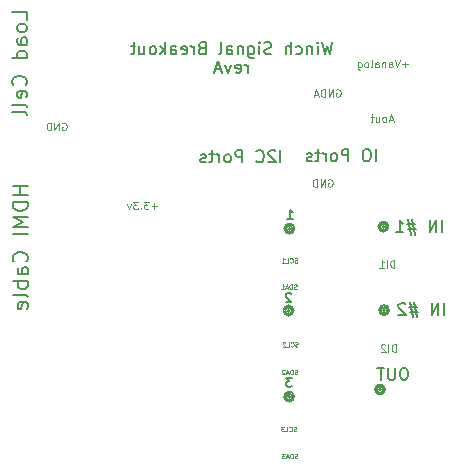
<source format=gbr>
G04 #@! TF.FileFunction,Legend,Bot*
%FSLAX46Y46*%
G04 Gerber Fmt 4.6, Leading zero omitted, Abs format (unit mm)*
G04 Created by KiCad (PCBNEW 4.0.2-stable) date Monday, September 10, 2018 'AMt' 08:27:29 AM*
%MOMM*%
G01*
G04 APERTURE LIST*
%ADD10C,0.050000*%
%ADD11C,0.127000*%
%ADD12C,0.203200*%
%ADD13C,0.200000*%
%ADD14C,0.152400*%
%ADD15C,0.076200*%
%ADD16C,0.101600*%
G04 APERTURE END LIST*
D10*
D11*
X131006546Y-66169419D02*
X130764641Y-67185419D01*
X130571118Y-66459705D01*
X130377594Y-67185419D01*
X130135689Y-66169419D01*
X129748641Y-67185419D02*
X129748641Y-66508086D01*
X129748641Y-66169419D02*
X129797022Y-66217800D01*
X129748641Y-66266181D01*
X129700260Y-66217800D01*
X129748641Y-66169419D01*
X129748641Y-66266181D01*
X129264831Y-66508086D02*
X129264831Y-67185419D01*
X129264831Y-66604848D02*
X129216450Y-66556467D01*
X129119688Y-66508086D01*
X128974546Y-66508086D01*
X128877784Y-66556467D01*
X128829403Y-66653229D01*
X128829403Y-67185419D01*
X127910165Y-67137038D02*
X128006927Y-67185419D01*
X128200450Y-67185419D01*
X128297212Y-67137038D01*
X128345593Y-67088657D01*
X128393974Y-66991895D01*
X128393974Y-66701610D01*
X128345593Y-66604848D01*
X128297212Y-66556467D01*
X128200450Y-66508086D01*
X128006927Y-66508086D01*
X127910165Y-66556467D01*
X127474736Y-67185419D02*
X127474736Y-66169419D01*
X127039308Y-67185419D02*
X127039308Y-66653229D01*
X127087689Y-66556467D01*
X127184451Y-66508086D01*
X127329593Y-66508086D01*
X127426355Y-66556467D01*
X127474736Y-66604848D01*
X125829784Y-67137038D02*
X125684641Y-67185419D01*
X125442737Y-67185419D01*
X125345975Y-67137038D01*
X125297594Y-67088657D01*
X125249213Y-66991895D01*
X125249213Y-66895133D01*
X125297594Y-66798371D01*
X125345975Y-66749990D01*
X125442737Y-66701610D01*
X125636260Y-66653229D01*
X125733022Y-66604848D01*
X125781403Y-66556467D01*
X125829784Y-66459705D01*
X125829784Y-66362943D01*
X125781403Y-66266181D01*
X125733022Y-66217800D01*
X125636260Y-66169419D01*
X125394356Y-66169419D01*
X125249213Y-66217800D01*
X124813784Y-67185419D02*
X124813784Y-66508086D01*
X124813784Y-66169419D02*
X124862165Y-66217800D01*
X124813784Y-66266181D01*
X124765403Y-66217800D01*
X124813784Y-66169419D01*
X124813784Y-66266181D01*
X123894546Y-66508086D02*
X123894546Y-67330562D01*
X123942927Y-67427324D01*
X123991308Y-67475705D01*
X124088069Y-67524086D01*
X124233212Y-67524086D01*
X124329974Y-67475705D01*
X123894546Y-67137038D02*
X123991308Y-67185419D01*
X124184831Y-67185419D01*
X124281593Y-67137038D01*
X124329974Y-67088657D01*
X124378355Y-66991895D01*
X124378355Y-66701610D01*
X124329974Y-66604848D01*
X124281593Y-66556467D01*
X124184831Y-66508086D01*
X123991308Y-66508086D01*
X123894546Y-66556467D01*
X123410736Y-66508086D02*
X123410736Y-67185419D01*
X123410736Y-66604848D02*
X123362355Y-66556467D01*
X123265593Y-66508086D01*
X123120451Y-66508086D01*
X123023689Y-66556467D01*
X122975308Y-66653229D01*
X122975308Y-67185419D01*
X122056070Y-67185419D02*
X122056070Y-66653229D01*
X122104451Y-66556467D01*
X122201213Y-66508086D01*
X122394736Y-66508086D01*
X122491498Y-66556467D01*
X122056070Y-67137038D02*
X122152832Y-67185419D01*
X122394736Y-67185419D01*
X122491498Y-67137038D01*
X122539879Y-67040276D01*
X122539879Y-66943514D01*
X122491498Y-66846752D01*
X122394736Y-66798371D01*
X122152832Y-66798371D01*
X122056070Y-66749990D01*
X121427117Y-67185419D02*
X121523879Y-67137038D01*
X121572260Y-67040276D01*
X121572260Y-66169419D01*
X119927309Y-66653229D02*
X119782166Y-66701610D01*
X119733785Y-66749990D01*
X119685404Y-66846752D01*
X119685404Y-66991895D01*
X119733785Y-67088657D01*
X119782166Y-67137038D01*
X119878928Y-67185419D01*
X120265975Y-67185419D01*
X120265975Y-66169419D01*
X119927309Y-66169419D01*
X119830547Y-66217800D01*
X119782166Y-66266181D01*
X119733785Y-66362943D01*
X119733785Y-66459705D01*
X119782166Y-66556467D01*
X119830547Y-66604848D01*
X119927309Y-66653229D01*
X120265975Y-66653229D01*
X119249975Y-67185419D02*
X119249975Y-66508086D01*
X119249975Y-66701610D02*
X119201594Y-66604848D01*
X119153213Y-66556467D01*
X119056451Y-66508086D01*
X118959690Y-66508086D01*
X118233976Y-67137038D02*
X118330738Y-67185419D01*
X118524261Y-67185419D01*
X118621023Y-67137038D01*
X118669404Y-67040276D01*
X118669404Y-66653229D01*
X118621023Y-66556467D01*
X118524261Y-66508086D01*
X118330738Y-66508086D01*
X118233976Y-66556467D01*
X118185595Y-66653229D01*
X118185595Y-66749990D01*
X118669404Y-66846752D01*
X117314738Y-67185419D02*
X117314738Y-66653229D01*
X117363119Y-66556467D01*
X117459881Y-66508086D01*
X117653404Y-66508086D01*
X117750166Y-66556467D01*
X117314738Y-67137038D02*
X117411500Y-67185419D01*
X117653404Y-67185419D01*
X117750166Y-67137038D01*
X117798547Y-67040276D01*
X117798547Y-66943514D01*
X117750166Y-66846752D01*
X117653404Y-66798371D01*
X117411500Y-66798371D01*
X117314738Y-66749990D01*
X116830928Y-67185419D02*
X116830928Y-66169419D01*
X116734166Y-66798371D02*
X116443881Y-67185419D01*
X116443881Y-66508086D02*
X116830928Y-66895133D01*
X115863309Y-67185419D02*
X115960071Y-67137038D01*
X116008452Y-67088657D01*
X116056833Y-66991895D01*
X116056833Y-66701610D01*
X116008452Y-66604848D01*
X115960071Y-66556467D01*
X115863309Y-66508086D01*
X115718167Y-66508086D01*
X115621405Y-66556467D01*
X115573024Y-66604848D01*
X115524643Y-66701610D01*
X115524643Y-66991895D01*
X115573024Y-67088657D01*
X115621405Y-67137038D01*
X115718167Y-67185419D01*
X115863309Y-67185419D01*
X114653786Y-66508086D02*
X114653786Y-67185419D01*
X115089214Y-66508086D02*
X115089214Y-67040276D01*
X115040833Y-67137038D01*
X114944071Y-67185419D01*
X114798929Y-67185419D01*
X114702167Y-67137038D01*
X114653786Y-67088657D01*
X114315119Y-66508086D02*
X113928071Y-66508086D01*
X114169976Y-66169419D02*
X114169976Y-67040276D01*
X114121595Y-67137038D01*
X114024833Y-67185419D01*
X113928071Y-67185419D01*
X123821975Y-68734819D02*
X123821975Y-68057486D01*
X123821975Y-68251010D02*
X123773594Y-68154248D01*
X123725213Y-68105867D01*
X123628451Y-68057486D01*
X123531690Y-68057486D01*
X122805976Y-68686438D02*
X122902738Y-68734819D01*
X123096261Y-68734819D01*
X123193023Y-68686438D01*
X123241404Y-68589676D01*
X123241404Y-68202629D01*
X123193023Y-68105867D01*
X123096261Y-68057486D01*
X122902738Y-68057486D01*
X122805976Y-68105867D01*
X122757595Y-68202629D01*
X122757595Y-68299390D01*
X123241404Y-68396152D01*
X122418928Y-68057486D02*
X122177023Y-68734819D01*
X121935119Y-68057486D01*
X121596452Y-68444533D02*
X121112643Y-68444533D01*
X121693214Y-68734819D02*
X121354547Y-67718819D01*
X121015881Y-68734819D01*
D12*
X105197124Y-78369886D02*
X103927124Y-78369886D01*
X104531886Y-78369886D02*
X104531886Y-79095600D01*
X105197124Y-79095600D02*
X103927124Y-79095600D01*
X105197124Y-79700362D02*
X103927124Y-79700362D01*
X103927124Y-80002743D01*
X103987600Y-80184171D01*
X104108552Y-80305124D01*
X104229505Y-80365600D01*
X104471410Y-80426076D01*
X104652838Y-80426076D01*
X104894743Y-80365600D01*
X105015695Y-80305124D01*
X105136648Y-80184171D01*
X105197124Y-80002743D01*
X105197124Y-79700362D01*
X105197124Y-80970362D02*
X103927124Y-80970362D01*
X104834267Y-81393695D01*
X103927124Y-81817029D01*
X105197124Y-81817029D01*
X105197124Y-82421791D02*
X103927124Y-82421791D01*
X105076171Y-84719886D02*
X105136648Y-84659410D01*
X105197124Y-84477981D01*
X105197124Y-84357029D01*
X105136648Y-84175601D01*
X105015695Y-84054648D01*
X104894743Y-83994172D01*
X104652838Y-83933696D01*
X104471410Y-83933696D01*
X104229505Y-83994172D01*
X104108552Y-84054648D01*
X103987600Y-84175601D01*
X103927124Y-84357029D01*
X103927124Y-84477981D01*
X103987600Y-84659410D01*
X104048076Y-84719886D01*
X105197124Y-85808458D02*
X104531886Y-85808458D01*
X104410933Y-85747981D01*
X104350457Y-85627029D01*
X104350457Y-85385124D01*
X104410933Y-85264172D01*
X105136648Y-85808458D02*
X105197124Y-85687505D01*
X105197124Y-85385124D01*
X105136648Y-85264172D01*
X105015695Y-85203696D01*
X104894743Y-85203696D01*
X104773790Y-85264172D01*
X104713314Y-85385124D01*
X104713314Y-85687505D01*
X104652838Y-85808458D01*
X105197124Y-86413220D02*
X103927124Y-86413220D01*
X104410933Y-86413220D02*
X104350457Y-86534172D01*
X104350457Y-86776077D01*
X104410933Y-86897029D01*
X104471410Y-86957506D01*
X104592362Y-87017982D01*
X104955219Y-87017982D01*
X105076171Y-86957506D01*
X105136648Y-86897029D01*
X105197124Y-86776077D01*
X105197124Y-86534172D01*
X105136648Y-86413220D01*
X105197124Y-87743697D02*
X105136648Y-87622744D01*
X105015695Y-87562268D01*
X103927124Y-87562268D01*
X105136648Y-88711315D02*
X105197124Y-88590363D01*
X105197124Y-88348458D01*
X105136648Y-88227506D01*
X105015695Y-88167030D01*
X104531886Y-88167030D01*
X104410933Y-88227506D01*
X104350457Y-88348458D01*
X104350457Y-88590363D01*
X104410933Y-88711315D01*
X104531886Y-88771792D01*
X104652838Y-88771792D01*
X104773790Y-88167030D01*
X105146324Y-64235391D02*
X105146324Y-63630629D01*
X103876324Y-63630629D01*
X105146324Y-64840153D02*
X105085848Y-64719200D01*
X105025371Y-64658724D01*
X104904419Y-64598248D01*
X104541562Y-64598248D01*
X104420610Y-64658724D01*
X104360133Y-64719200D01*
X104299657Y-64840153D01*
X104299657Y-65021581D01*
X104360133Y-65142533D01*
X104420610Y-65203010D01*
X104541562Y-65263486D01*
X104904419Y-65263486D01*
X105025371Y-65203010D01*
X105085848Y-65142533D01*
X105146324Y-65021581D01*
X105146324Y-64840153D01*
X105146324Y-66352058D02*
X104481086Y-66352058D01*
X104360133Y-66291581D01*
X104299657Y-66170629D01*
X104299657Y-65928724D01*
X104360133Y-65807772D01*
X105085848Y-66352058D02*
X105146324Y-66231105D01*
X105146324Y-65928724D01*
X105085848Y-65807772D01*
X104964895Y-65747296D01*
X104843943Y-65747296D01*
X104722990Y-65807772D01*
X104662514Y-65928724D01*
X104662514Y-66231105D01*
X104602038Y-66352058D01*
X105146324Y-67501106D02*
X103876324Y-67501106D01*
X105085848Y-67501106D02*
X105146324Y-67380153D01*
X105146324Y-67138249D01*
X105085848Y-67017296D01*
X105025371Y-66956820D01*
X104904419Y-66896344D01*
X104541562Y-66896344D01*
X104420610Y-66956820D01*
X104360133Y-67017296D01*
X104299657Y-67138249D01*
X104299657Y-67380153D01*
X104360133Y-67501106D01*
X105025371Y-69799201D02*
X105085848Y-69738725D01*
X105146324Y-69557296D01*
X105146324Y-69436344D01*
X105085848Y-69254916D01*
X104964895Y-69133963D01*
X104843943Y-69073487D01*
X104602038Y-69013011D01*
X104420610Y-69013011D01*
X104178705Y-69073487D01*
X104057752Y-69133963D01*
X103936800Y-69254916D01*
X103876324Y-69436344D01*
X103876324Y-69557296D01*
X103936800Y-69738725D01*
X103997276Y-69799201D01*
X105085848Y-70827296D02*
X105146324Y-70706344D01*
X105146324Y-70464439D01*
X105085848Y-70343487D01*
X104964895Y-70283011D01*
X104481086Y-70283011D01*
X104360133Y-70343487D01*
X104299657Y-70464439D01*
X104299657Y-70706344D01*
X104360133Y-70827296D01*
X104481086Y-70887773D01*
X104602038Y-70887773D01*
X104722990Y-70283011D01*
X105146324Y-71613487D02*
X105085848Y-71492534D01*
X104964895Y-71432058D01*
X103876324Y-71432058D01*
X105146324Y-72278725D02*
X105085848Y-72157772D01*
X104964895Y-72097296D01*
X103876324Y-72097296D01*
D11*
X137159999Y-93728419D02*
X136966476Y-93728419D01*
X136869714Y-93776800D01*
X136772952Y-93873562D01*
X136724571Y-94067086D01*
X136724571Y-94405752D01*
X136772952Y-94599276D01*
X136869714Y-94696038D01*
X136966476Y-94744419D01*
X137159999Y-94744419D01*
X137256761Y-94696038D01*
X137353523Y-94599276D01*
X137401904Y-94405752D01*
X137401904Y-94067086D01*
X137353523Y-93873562D01*
X137256761Y-93776800D01*
X137159999Y-93728419D01*
X136289142Y-93728419D02*
X136289142Y-94550895D01*
X136240761Y-94647657D01*
X136192380Y-94696038D01*
X136095618Y-94744419D01*
X135902095Y-94744419D01*
X135805333Y-94696038D01*
X135756952Y-94647657D01*
X135708571Y-94550895D01*
X135708571Y-93728419D01*
X135369904Y-93728419D02*
X134789333Y-93728419D01*
X135079618Y-94744419D02*
X135079618Y-93728419D01*
X134678056Y-76227819D02*
X134678056Y-75211819D01*
X134000722Y-75211819D02*
X133807199Y-75211819D01*
X133710437Y-75260200D01*
X133613675Y-75356962D01*
X133565294Y-75550486D01*
X133565294Y-75889152D01*
X133613675Y-76082676D01*
X133710437Y-76179438D01*
X133807199Y-76227819D01*
X134000722Y-76227819D01*
X134097484Y-76179438D01*
X134194246Y-76082676D01*
X134242627Y-75889152D01*
X134242627Y-75550486D01*
X134194246Y-75356962D01*
X134097484Y-75260200D01*
X134000722Y-75211819D01*
X132355770Y-76227819D02*
X132355770Y-75211819D01*
X131968723Y-75211819D01*
X131871961Y-75260200D01*
X131823580Y-75308581D01*
X131775199Y-75405343D01*
X131775199Y-75550486D01*
X131823580Y-75647248D01*
X131871961Y-75695629D01*
X131968723Y-75744010D01*
X132355770Y-75744010D01*
X131194627Y-76227819D02*
X131291389Y-76179438D01*
X131339770Y-76131057D01*
X131388151Y-76034295D01*
X131388151Y-75744010D01*
X131339770Y-75647248D01*
X131291389Y-75598867D01*
X131194627Y-75550486D01*
X131049485Y-75550486D01*
X130952723Y-75598867D01*
X130904342Y-75647248D01*
X130855961Y-75744010D01*
X130855961Y-76034295D01*
X130904342Y-76131057D01*
X130952723Y-76179438D01*
X131049485Y-76227819D01*
X131194627Y-76227819D01*
X130420532Y-76227819D02*
X130420532Y-75550486D01*
X130420532Y-75744010D02*
X130372151Y-75647248D01*
X130323770Y-75598867D01*
X130227008Y-75550486D01*
X130130247Y-75550486D01*
X129936723Y-75550486D02*
X129549675Y-75550486D01*
X129791580Y-75211819D02*
X129791580Y-76082676D01*
X129743199Y-76179438D01*
X129646437Y-76227819D01*
X129549675Y-76227819D01*
X129259390Y-76179438D02*
X129162628Y-76227819D01*
X128969104Y-76227819D01*
X128872343Y-76179438D01*
X128823962Y-76082676D01*
X128823962Y-76034295D01*
X128872343Y-75937533D01*
X128969104Y-75889152D01*
X129114247Y-75889152D01*
X129211009Y-75840771D01*
X129259390Y-75744010D01*
X129259390Y-75695629D01*
X129211009Y-75598867D01*
X129114247Y-75550486D01*
X128969104Y-75550486D01*
X128872343Y-75598867D01*
X140290247Y-82247619D02*
X140290247Y-81231619D01*
X139806437Y-82247619D02*
X139806437Y-81231619D01*
X139225866Y-82247619D01*
X139225866Y-81231619D01*
X138016342Y-81570286D02*
X137290628Y-81570286D01*
X137726056Y-81134857D02*
X138016342Y-82441143D01*
X137387390Y-82005714D02*
X138113104Y-82005714D01*
X137677676Y-82441143D02*
X137387390Y-81134857D01*
X136419771Y-82247619D02*
X137000342Y-82247619D01*
X136710056Y-82247619D02*
X136710056Y-81231619D01*
X136806818Y-81376762D01*
X136903580Y-81473524D01*
X137000342Y-81521905D01*
D13*
X135585201Y-81788000D02*
G75*
G03X135585201Y-81788000I-270006J0D01*
G01*
X135740005Y-81762600D02*
G75*
G03X135740005Y-81762600I-427294J0D01*
G01*
X135397381Y-81788000D02*
G75*
G03X135397381Y-81788000I-91581J0D01*
G01*
X135648701Y-88874600D02*
G75*
G03X135648701Y-88874600I-270006J0D01*
G01*
X135803505Y-88849200D02*
G75*
G03X135803505Y-88849200I-427294J0D01*
G01*
X135460881Y-88874600D02*
G75*
G03X135460881Y-88874600I-91581J0D01*
G01*
X135305801Y-95580200D02*
G75*
G03X135305801Y-95580200I-270006J0D01*
G01*
X135460605Y-95554800D02*
G75*
G03X135460605Y-95554800I-427294J0D01*
G01*
X135117981Y-95580200D02*
G75*
G03X135117981Y-95580200I-91581J0D01*
G01*
X127609601Y-96189800D02*
G75*
G03X127609601Y-96189800I-270006J0D01*
G01*
X127764405Y-96164400D02*
G75*
G03X127764405Y-96164400I-427294J0D01*
G01*
X127421781Y-96189800D02*
G75*
G03X127421781Y-96189800I-91581J0D01*
G01*
D14*
X127558800Y-94553314D02*
X127087086Y-94553314D01*
X127341086Y-94843600D01*
X127232228Y-94843600D01*
X127159657Y-94879886D01*
X127123371Y-94916171D01*
X127087086Y-94988743D01*
X127087086Y-95170171D01*
X127123371Y-95242743D01*
X127159657Y-95279029D01*
X127232228Y-95315314D01*
X127449943Y-95315314D01*
X127522514Y-95279029D01*
X127558800Y-95242743D01*
D11*
X140455347Y-89258019D02*
X140455347Y-88242019D01*
X139971537Y-89258019D02*
X139971537Y-88242019D01*
X139390966Y-89258019D01*
X139390966Y-88242019D01*
X138181442Y-88580686D02*
X137455728Y-88580686D01*
X137891156Y-88145257D02*
X138181442Y-89451543D01*
X137552490Y-89016114D02*
X138278204Y-89016114D01*
X137842776Y-89451543D02*
X137552490Y-88145257D01*
X137165442Y-88338781D02*
X137117061Y-88290400D01*
X137020299Y-88242019D01*
X136778395Y-88242019D01*
X136681633Y-88290400D01*
X136633252Y-88338781D01*
X136584871Y-88435543D01*
X136584871Y-88532305D01*
X136633252Y-88677448D01*
X137213823Y-89258019D01*
X136584871Y-89258019D01*
D13*
X127713605Y-88874600D02*
G75*
G03X127713605Y-88874600I-427294J0D01*
G01*
X127370981Y-88900000D02*
G75*
G03X127370981Y-88900000I-91581J0D01*
G01*
X127558801Y-88900000D02*
G75*
G03X127558801Y-88900000I-270006J0D01*
G01*
X127789805Y-81940400D02*
G75*
G03X127789805Y-81940400I-427294J0D01*
G01*
X127635001Y-81965800D02*
G75*
G03X127635001Y-81965800I-270006J0D01*
G01*
X127447181Y-81965800D02*
G75*
G03X127447181Y-81965800I-91581J0D01*
G01*
D14*
X127497114Y-87437686D02*
X127460828Y-87401400D01*
X127388257Y-87365114D01*
X127206828Y-87365114D01*
X127134257Y-87401400D01*
X127097971Y-87437686D01*
X127061686Y-87510257D01*
X127061686Y-87582829D01*
X127097971Y-87691686D01*
X127533400Y-88127114D01*
X127061686Y-88127114D01*
X127188686Y-81116714D02*
X127624114Y-81116714D01*
X127406400Y-81116714D02*
X127406400Y-80354714D01*
X127478971Y-80463571D01*
X127551543Y-80536143D01*
X127624114Y-80572429D01*
D11*
X126603275Y-76329419D02*
X126603275Y-75313419D01*
X126167846Y-75410181D02*
X126119465Y-75361800D01*
X126022703Y-75313419D01*
X125780799Y-75313419D01*
X125684037Y-75361800D01*
X125635656Y-75410181D01*
X125587275Y-75506943D01*
X125587275Y-75603705D01*
X125635656Y-75748848D01*
X126216227Y-76329419D01*
X125587275Y-76329419D01*
X124571275Y-76232657D02*
X124619656Y-76281038D01*
X124764799Y-76329419D01*
X124861561Y-76329419D01*
X125006703Y-76281038D01*
X125103465Y-76184276D01*
X125151846Y-76087514D01*
X125200227Y-75893990D01*
X125200227Y-75748848D01*
X125151846Y-75555324D01*
X125103465Y-75458562D01*
X125006703Y-75361800D01*
X124861561Y-75313419D01*
X124764799Y-75313419D01*
X124619656Y-75361800D01*
X124571275Y-75410181D01*
X123361751Y-76329419D02*
X123361751Y-75313419D01*
X122974704Y-75313419D01*
X122877942Y-75361800D01*
X122829561Y-75410181D01*
X122781180Y-75506943D01*
X122781180Y-75652086D01*
X122829561Y-75748848D01*
X122877942Y-75797229D01*
X122974704Y-75845610D01*
X123361751Y-75845610D01*
X122200608Y-76329419D02*
X122297370Y-76281038D01*
X122345751Y-76232657D01*
X122394132Y-76135895D01*
X122394132Y-75845610D01*
X122345751Y-75748848D01*
X122297370Y-75700467D01*
X122200608Y-75652086D01*
X122055466Y-75652086D01*
X121958704Y-75700467D01*
X121910323Y-75748848D01*
X121861942Y-75845610D01*
X121861942Y-76135895D01*
X121910323Y-76232657D01*
X121958704Y-76281038D01*
X122055466Y-76329419D01*
X122200608Y-76329419D01*
X121426513Y-76329419D02*
X121426513Y-75652086D01*
X121426513Y-75845610D02*
X121378132Y-75748848D01*
X121329751Y-75700467D01*
X121232989Y-75652086D01*
X121136228Y-75652086D01*
X120942704Y-75652086D02*
X120555656Y-75652086D01*
X120797561Y-75313419D02*
X120797561Y-76184276D01*
X120749180Y-76281038D01*
X120652418Y-76329419D01*
X120555656Y-76329419D01*
X120265371Y-76281038D02*
X120168609Y-76329419D01*
X119975085Y-76329419D01*
X119878324Y-76281038D01*
X119829943Y-76184276D01*
X119829943Y-76135895D01*
X119878324Y-76039133D01*
X119975085Y-75990752D01*
X120120228Y-75990752D01*
X120216990Y-75942371D01*
X120265371Y-75845610D01*
X120265371Y-75797229D01*
X120216990Y-75700467D01*
X120120228Y-75652086D01*
X119975085Y-75652086D01*
X119878324Y-75700467D01*
D15*
X128016000Y-84799714D02*
X127961571Y-84817857D01*
X127870857Y-84817857D01*
X127834571Y-84799714D01*
X127816428Y-84781571D01*
X127798285Y-84745286D01*
X127798285Y-84709000D01*
X127816428Y-84672714D01*
X127834571Y-84654571D01*
X127870857Y-84636429D01*
X127943428Y-84618286D01*
X127979714Y-84600143D01*
X127997857Y-84582000D01*
X128016000Y-84545714D01*
X128016000Y-84509429D01*
X127997857Y-84473143D01*
X127979714Y-84455000D01*
X127943428Y-84436857D01*
X127852714Y-84436857D01*
X127798285Y-84455000D01*
X127417285Y-84781571D02*
X127435428Y-84799714D01*
X127489857Y-84817857D01*
X127526143Y-84817857D01*
X127580571Y-84799714D01*
X127616857Y-84763429D01*
X127635000Y-84727143D01*
X127653143Y-84654571D01*
X127653143Y-84600143D01*
X127635000Y-84527571D01*
X127616857Y-84491286D01*
X127580571Y-84455000D01*
X127526143Y-84436857D01*
X127489857Y-84436857D01*
X127435428Y-84455000D01*
X127417285Y-84473143D01*
X127072571Y-84817857D02*
X127254000Y-84817857D01*
X127254000Y-84436857D01*
X126745999Y-84817857D02*
X126963714Y-84817857D01*
X126854856Y-84817857D02*
X126854856Y-84436857D01*
X126891142Y-84491286D01*
X126927428Y-84527571D01*
X126963714Y-84545714D01*
X127961571Y-87022214D02*
X127907142Y-87040357D01*
X127816428Y-87040357D01*
X127780142Y-87022214D01*
X127761999Y-87004071D01*
X127743856Y-86967786D01*
X127743856Y-86931500D01*
X127761999Y-86895214D01*
X127780142Y-86877071D01*
X127816428Y-86858929D01*
X127888999Y-86840786D01*
X127925285Y-86822643D01*
X127943428Y-86804500D01*
X127961571Y-86768214D01*
X127961571Y-86731929D01*
X127943428Y-86695643D01*
X127925285Y-86677500D01*
X127888999Y-86659357D01*
X127798285Y-86659357D01*
X127743856Y-86677500D01*
X127580571Y-87040357D02*
X127580571Y-86659357D01*
X127489856Y-86659357D01*
X127435428Y-86677500D01*
X127399142Y-86713786D01*
X127380999Y-86750071D01*
X127362856Y-86822643D01*
X127362856Y-86877071D01*
X127380999Y-86949643D01*
X127399142Y-86985929D01*
X127435428Y-87022214D01*
X127489856Y-87040357D01*
X127580571Y-87040357D01*
X127217714Y-86931500D02*
X127036285Y-86931500D01*
X127253999Y-87040357D02*
X127126999Y-86659357D01*
X126999999Y-87040357D01*
X126673428Y-87040357D02*
X126891143Y-87040357D01*
X126782285Y-87040357D02*
X126782285Y-86659357D01*
X126818571Y-86713786D01*
X126854857Y-86750071D01*
X126891143Y-86768214D01*
X128079500Y-91911714D02*
X128025071Y-91929857D01*
X127934357Y-91929857D01*
X127898071Y-91911714D01*
X127879928Y-91893571D01*
X127861785Y-91857286D01*
X127861785Y-91821000D01*
X127879928Y-91784714D01*
X127898071Y-91766571D01*
X127934357Y-91748429D01*
X128006928Y-91730286D01*
X128043214Y-91712143D01*
X128061357Y-91694000D01*
X128079500Y-91657714D01*
X128079500Y-91621429D01*
X128061357Y-91585143D01*
X128043214Y-91567000D01*
X128006928Y-91548857D01*
X127916214Y-91548857D01*
X127861785Y-91567000D01*
X127480785Y-91893571D02*
X127498928Y-91911714D01*
X127553357Y-91929857D01*
X127589643Y-91929857D01*
X127644071Y-91911714D01*
X127680357Y-91875429D01*
X127698500Y-91839143D01*
X127716643Y-91766571D01*
X127716643Y-91712143D01*
X127698500Y-91639571D01*
X127680357Y-91603286D01*
X127644071Y-91567000D01*
X127589643Y-91548857D01*
X127553357Y-91548857D01*
X127498928Y-91567000D01*
X127480785Y-91585143D01*
X127136071Y-91929857D02*
X127317500Y-91929857D01*
X127317500Y-91548857D01*
X127027214Y-91585143D02*
X127009071Y-91567000D01*
X126972785Y-91548857D01*
X126882071Y-91548857D01*
X126845785Y-91567000D01*
X126827642Y-91585143D01*
X126809499Y-91621429D01*
X126809499Y-91657714D01*
X126827642Y-91712143D01*
X127045356Y-91929857D01*
X126809499Y-91929857D01*
X128025071Y-94261214D02*
X127970642Y-94279357D01*
X127879928Y-94279357D01*
X127843642Y-94261214D01*
X127825499Y-94243071D01*
X127807356Y-94206786D01*
X127807356Y-94170500D01*
X127825499Y-94134214D01*
X127843642Y-94116071D01*
X127879928Y-94097929D01*
X127952499Y-94079786D01*
X127988785Y-94061643D01*
X128006928Y-94043500D01*
X128025071Y-94007214D01*
X128025071Y-93970929D01*
X128006928Y-93934643D01*
X127988785Y-93916500D01*
X127952499Y-93898357D01*
X127861785Y-93898357D01*
X127807356Y-93916500D01*
X127644071Y-94279357D02*
X127644071Y-93898357D01*
X127553356Y-93898357D01*
X127498928Y-93916500D01*
X127462642Y-93952786D01*
X127444499Y-93989071D01*
X127426356Y-94061643D01*
X127426356Y-94116071D01*
X127444499Y-94188643D01*
X127462642Y-94224929D01*
X127498928Y-94261214D01*
X127553356Y-94279357D01*
X127644071Y-94279357D01*
X127281214Y-94170500D02*
X127099785Y-94170500D01*
X127317499Y-94279357D02*
X127190499Y-93898357D01*
X127063499Y-94279357D01*
X126954643Y-93934643D02*
X126936500Y-93916500D01*
X126900214Y-93898357D01*
X126809500Y-93898357D01*
X126773214Y-93916500D01*
X126755071Y-93934643D01*
X126736928Y-93970929D01*
X126736928Y-94007214D01*
X126755071Y-94061643D01*
X126972785Y-94279357D01*
X126736928Y-94279357D01*
X127952500Y-99087214D02*
X127898071Y-99105357D01*
X127807357Y-99105357D01*
X127771071Y-99087214D01*
X127752928Y-99069071D01*
X127734785Y-99032786D01*
X127734785Y-98996500D01*
X127752928Y-98960214D01*
X127771071Y-98942071D01*
X127807357Y-98923929D01*
X127879928Y-98905786D01*
X127916214Y-98887643D01*
X127934357Y-98869500D01*
X127952500Y-98833214D01*
X127952500Y-98796929D01*
X127934357Y-98760643D01*
X127916214Y-98742500D01*
X127879928Y-98724357D01*
X127789214Y-98724357D01*
X127734785Y-98742500D01*
X127353785Y-99069071D02*
X127371928Y-99087214D01*
X127426357Y-99105357D01*
X127462643Y-99105357D01*
X127517071Y-99087214D01*
X127553357Y-99050929D01*
X127571500Y-99014643D01*
X127589643Y-98942071D01*
X127589643Y-98887643D01*
X127571500Y-98815071D01*
X127553357Y-98778786D01*
X127517071Y-98742500D01*
X127462643Y-98724357D01*
X127426357Y-98724357D01*
X127371928Y-98742500D01*
X127353785Y-98760643D01*
X127009071Y-99105357D02*
X127190500Y-99105357D01*
X127190500Y-98724357D01*
X126918356Y-98724357D02*
X126682499Y-98724357D01*
X126809499Y-98869500D01*
X126755071Y-98869500D01*
X126718785Y-98887643D01*
X126700642Y-98905786D01*
X126682499Y-98942071D01*
X126682499Y-99032786D01*
X126700642Y-99069071D01*
X126718785Y-99087214D01*
X126755071Y-99105357D01*
X126863928Y-99105357D01*
X126900214Y-99087214D01*
X126918356Y-99069071D01*
X128025071Y-101373214D02*
X127970642Y-101391357D01*
X127879928Y-101391357D01*
X127843642Y-101373214D01*
X127825499Y-101355071D01*
X127807356Y-101318786D01*
X127807356Y-101282500D01*
X127825499Y-101246214D01*
X127843642Y-101228071D01*
X127879928Y-101209929D01*
X127952499Y-101191786D01*
X127988785Y-101173643D01*
X128006928Y-101155500D01*
X128025071Y-101119214D01*
X128025071Y-101082929D01*
X128006928Y-101046643D01*
X127988785Y-101028500D01*
X127952499Y-101010357D01*
X127861785Y-101010357D01*
X127807356Y-101028500D01*
X127644071Y-101391357D02*
X127644071Y-101010357D01*
X127553356Y-101010357D01*
X127498928Y-101028500D01*
X127462642Y-101064786D01*
X127444499Y-101101071D01*
X127426356Y-101173643D01*
X127426356Y-101228071D01*
X127444499Y-101300643D01*
X127462642Y-101336929D01*
X127498928Y-101373214D01*
X127553356Y-101391357D01*
X127644071Y-101391357D01*
X127281214Y-101282500D02*
X127099785Y-101282500D01*
X127317499Y-101391357D02*
X127190499Y-101010357D01*
X127063499Y-101391357D01*
X126972785Y-101010357D02*
X126736928Y-101010357D01*
X126863928Y-101155500D01*
X126809500Y-101155500D01*
X126773214Y-101173643D01*
X126755071Y-101191786D01*
X126736928Y-101228071D01*
X126736928Y-101318786D01*
X126755071Y-101355071D01*
X126773214Y-101373214D01*
X126809500Y-101391357D01*
X126918357Y-101391357D01*
X126954643Y-101373214D01*
X126972785Y-101355071D01*
D16*
X136255881Y-85250262D02*
X136255881Y-84615262D01*
X136104690Y-84615262D01*
X136013976Y-84645500D01*
X135953500Y-84705976D01*
X135923261Y-84766452D01*
X135893023Y-84887405D01*
X135893023Y-84978119D01*
X135923261Y-85099071D01*
X135953500Y-85159548D01*
X136013976Y-85220024D01*
X136104690Y-85250262D01*
X136255881Y-85250262D01*
X135620881Y-85250262D02*
X135620881Y-84615262D01*
X134985880Y-85250262D02*
X135348738Y-85250262D01*
X135167309Y-85250262D02*
X135167309Y-84615262D01*
X135227785Y-84705976D01*
X135288261Y-84766452D01*
X135348738Y-84796690D01*
X136382881Y-92362262D02*
X136382881Y-91727262D01*
X136231690Y-91727262D01*
X136140976Y-91757500D01*
X136080500Y-91817976D01*
X136050261Y-91878452D01*
X136020023Y-91999405D01*
X136020023Y-92090119D01*
X136050261Y-92211071D01*
X136080500Y-92271548D01*
X136140976Y-92332024D01*
X136231690Y-92362262D01*
X136382881Y-92362262D01*
X135747881Y-92362262D02*
X135747881Y-91727262D01*
X135475738Y-91787738D02*
X135445500Y-91757500D01*
X135385023Y-91727262D01*
X135233833Y-91727262D01*
X135173357Y-91757500D01*
X135143119Y-91787738D01*
X135112880Y-91848214D01*
X135112880Y-91908690D01*
X135143119Y-91999405D01*
X135505976Y-92362262D01*
X135112880Y-92362262D01*
X116174762Y-80055357D02*
X115690952Y-80055357D01*
X115932857Y-80297262D02*
X115932857Y-79813452D01*
X115449048Y-79662262D02*
X115055952Y-79662262D01*
X115267619Y-79904167D01*
X115176905Y-79904167D01*
X115116429Y-79934405D01*
X115086191Y-79964643D01*
X115055952Y-80025119D01*
X115055952Y-80176310D01*
X115086191Y-80236786D01*
X115116429Y-80267024D01*
X115176905Y-80297262D01*
X115358333Y-80297262D01*
X115418810Y-80267024D01*
X115449048Y-80236786D01*
X114783810Y-80236786D02*
X114753571Y-80267024D01*
X114783810Y-80297262D01*
X114814048Y-80267024D01*
X114783810Y-80236786D01*
X114783810Y-80297262D01*
X114541905Y-79662262D02*
X114148809Y-79662262D01*
X114360476Y-79904167D01*
X114269762Y-79904167D01*
X114209286Y-79934405D01*
X114179048Y-79964643D01*
X114148809Y-80025119D01*
X114148809Y-80176310D01*
X114179048Y-80236786D01*
X114209286Y-80267024D01*
X114269762Y-80297262D01*
X114451190Y-80297262D01*
X114511667Y-80267024D01*
X114541905Y-80236786D01*
X113937143Y-79873929D02*
X113785952Y-80297262D01*
X113634762Y-79873929D01*
X130658809Y-77787500D02*
X130719286Y-77757262D01*
X130810000Y-77757262D01*
X130900714Y-77787500D01*
X130961190Y-77847976D01*
X130991429Y-77908452D01*
X131021667Y-78029405D01*
X131021667Y-78120119D01*
X130991429Y-78241071D01*
X130961190Y-78301548D01*
X130900714Y-78362024D01*
X130810000Y-78392262D01*
X130749524Y-78392262D01*
X130658809Y-78362024D01*
X130628571Y-78331786D01*
X130628571Y-78120119D01*
X130749524Y-78120119D01*
X130356429Y-78392262D02*
X130356429Y-77757262D01*
X129993571Y-78392262D01*
X129993571Y-77757262D01*
X129691191Y-78392262D02*
X129691191Y-77757262D01*
X129540000Y-77757262D01*
X129449286Y-77787500D01*
X129388810Y-77847976D01*
X129358571Y-77908452D01*
X129328333Y-78029405D01*
X129328333Y-78120119D01*
X129358571Y-78241071D01*
X129388810Y-78301548D01*
X129449286Y-78362024D01*
X129540000Y-78392262D01*
X129691191Y-78392262D01*
X136111343Y-72724433D02*
X135808962Y-72724433D01*
X136171819Y-72905862D02*
X135960152Y-72270862D01*
X135748485Y-72905862D01*
X135446104Y-72905862D02*
X135506580Y-72875624D01*
X135536819Y-72845386D01*
X135567057Y-72784910D01*
X135567057Y-72603481D01*
X135536819Y-72543005D01*
X135506580Y-72512767D01*
X135446104Y-72482529D01*
X135355390Y-72482529D01*
X135294914Y-72512767D01*
X135264676Y-72543005D01*
X135234438Y-72603481D01*
X135234438Y-72784910D01*
X135264676Y-72845386D01*
X135294914Y-72875624D01*
X135355390Y-72905862D01*
X135446104Y-72905862D01*
X134690152Y-72482529D02*
X134690152Y-72905862D01*
X134962295Y-72482529D02*
X134962295Y-72815148D01*
X134932056Y-72875624D01*
X134871580Y-72905862D01*
X134780866Y-72905862D01*
X134720390Y-72875624D01*
X134690152Y-72845386D01*
X134478485Y-72482529D02*
X134236580Y-72482529D01*
X134387771Y-72270862D02*
X134387771Y-72815148D01*
X134357532Y-72875624D01*
X134297056Y-72905862D01*
X134236580Y-72905862D01*
X108129009Y-72986900D02*
X108189486Y-72956662D01*
X108280200Y-72956662D01*
X108370914Y-72986900D01*
X108431390Y-73047376D01*
X108461629Y-73107852D01*
X108491867Y-73228805D01*
X108491867Y-73319519D01*
X108461629Y-73440471D01*
X108431390Y-73500948D01*
X108370914Y-73561424D01*
X108280200Y-73591662D01*
X108219724Y-73591662D01*
X108129009Y-73561424D01*
X108098771Y-73531186D01*
X108098771Y-73319519D01*
X108219724Y-73319519D01*
X107826629Y-73591662D02*
X107826629Y-72956662D01*
X107463771Y-73591662D01*
X107463771Y-72956662D01*
X107161391Y-73591662D02*
X107161391Y-72956662D01*
X107010200Y-72956662D01*
X106919486Y-72986900D01*
X106859010Y-73047376D01*
X106828771Y-73107852D01*
X106798533Y-73228805D01*
X106798533Y-73319519D01*
X106828771Y-73440471D01*
X106859010Y-73500948D01*
X106919486Y-73561424D01*
X107010200Y-73591662D01*
X107161391Y-73591662D01*
X131337352Y-70167500D02*
X131397829Y-70137262D01*
X131488543Y-70137262D01*
X131579257Y-70167500D01*
X131639733Y-70227976D01*
X131669972Y-70288452D01*
X131700210Y-70409405D01*
X131700210Y-70500119D01*
X131669972Y-70621071D01*
X131639733Y-70681548D01*
X131579257Y-70742024D01*
X131488543Y-70772262D01*
X131428067Y-70772262D01*
X131337352Y-70742024D01*
X131307114Y-70711786D01*
X131307114Y-70500119D01*
X131428067Y-70500119D01*
X131034972Y-70772262D02*
X131034972Y-70137262D01*
X130672114Y-70772262D01*
X130672114Y-70137262D01*
X130369734Y-70772262D02*
X130369734Y-70137262D01*
X130218543Y-70137262D01*
X130127829Y-70167500D01*
X130067353Y-70227976D01*
X130037114Y-70288452D01*
X130006876Y-70409405D01*
X130006876Y-70500119D01*
X130037114Y-70621071D01*
X130067353Y-70681548D01*
X130127829Y-70742024D01*
X130218543Y-70772262D01*
X130369734Y-70772262D01*
X129764972Y-70590833D02*
X129462591Y-70590833D01*
X129825448Y-70772262D02*
X129613781Y-70137262D01*
X129402114Y-70772262D01*
X137397067Y-68041157D02*
X136913257Y-68041157D01*
X137155162Y-68283062D02*
X137155162Y-67799252D01*
X136701591Y-67648062D02*
X136489924Y-68283062D01*
X136278257Y-67648062D01*
X135794448Y-68283062D02*
X135794448Y-67950443D01*
X135824686Y-67889967D01*
X135885162Y-67859729D01*
X136006114Y-67859729D01*
X136066591Y-67889967D01*
X135794448Y-68252824D02*
X135854924Y-68283062D01*
X136006114Y-68283062D01*
X136066591Y-68252824D01*
X136096829Y-68192348D01*
X136096829Y-68131871D01*
X136066591Y-68071395D01*
X136006114Y-68041157D01*
X135854924Y-68041157D01*
X135794448Y-68010919D01*
X135492067Y-67859729D02*
X135492067Y-68283062D01*
X135492067Y-67920205D02*
X135461828Y-67889967D01*
X135401352Y-67859729D01*
X135310638Y-67859729D01*
X135250162Y-67889967D01*
X135219924Y-67950443D01*
X135219924Y-68283062D01*
X134645400Y-68283062D02*
X134645400Y-67950443D01*
X134675638Y-67889967D01*
X134736114Y-67859729D01*
X134857066Y-67859729D01*
X134917543Y-67889967D01*
X134645400Y-68252824D02*
X134705876Y-68283062D01*
X134857066Y-68283062D01*
X134917543Y-68252824D01*
X134947781Y-68192348D01*
X134947781Y-68131871D01*
X134917543Y-68071395D01*
X134857066Y-68041157D01*
X134705876Y-68041157D01*
X134645400Y-68010919D01*
X134252304Y-68283062D02*
X134312780Y-68252824D01*
X134343019Y-68192348D01*
X134343019Y-67648062D01*
X133919685Y-68283062D02*
X133980161Y-68252824D01*
X134010400Y-68222586D01*
X134040638Y-68162110D01*
X134040638Y-67980681D01*
X134010400Y-67920205D01*
X133980161Y-67889967D01*
X133919685Y-67859729D01*
X133828971Y-67859729D01*
X133768495Y-67889967D01*
X133738257Y-67920205D01*
X133708019Y-67980681D01*
X133708019Y-68162110D01*
X133738257Y-68222586D01*
X133768495Y-68252824D01*
X133828971Y-68283062D01*
X133919685Y-68283062D01*
X133163733Y-67859729D02*
X133163733Y-68373776D01*
X133193971Y-68434252D01*
X133224209Y-68464490D01*
X133284685Y-68494729D01*
X133375399Y-68494729D01*
X133435876Y-68464490D01*
X133163733Y-68252824D02*
X133224209Y-68283062D01*
X133345161Y-68283062D01*
X133405637Y-68252824D01*
X133435876Y-68222586D01*
X133466114Y-68162110D01*
X133466114Y-67980681D01*
X133435876Y-67920205D01*
X133405637Y-67889967D01*
X133345161Y-67859729D01*
X133224209Y-67859729D01*
X133163733Y-67889967D01*
M02*

</source>
